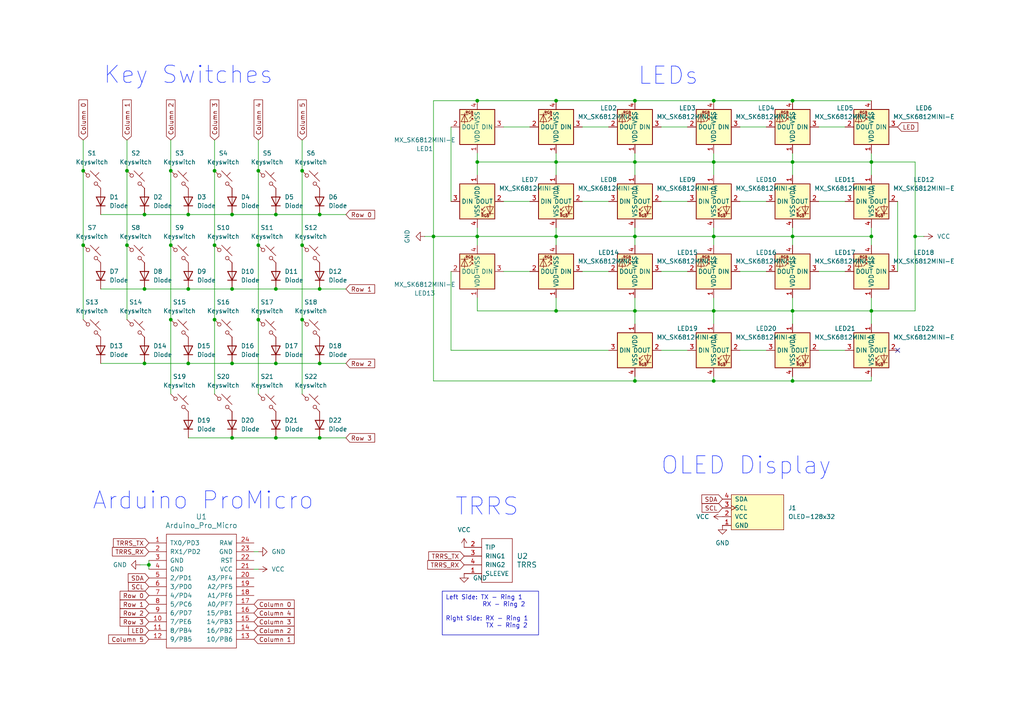
<source format=kicad_sch>
(kicad_sch (version 20231120) (generator "eeschema") (generator_version "8.0")
  (paper "A4")
  (title_block (title "RootKB-Left") (date "2024-05-08") (rev "1.0"))
  (lib_symbols
    (symbol "PCM_marbastlib-mx:MX_SK6812MINI-E"
      (property "Reference" "LED" (at 3.175 6.35 0))
      (property "Value" "MX_SK6812MINI-E" (at 10.16 -6.985 0))
      (symbol "MX_SK6812MINI-E_0_0"
        (text "RGB" (at 2.286 -4.191 0) (effects (font (size 0.762 0.762))))
      )
      (symbol "MX_SK6812MINI-E_0_1"
        (rectangle (start -5.08 5.08) (end 5.08 -5.08) (stroke (width 0.254)) (fill (type background)))
        (polyline (pts (xy 1.27 -3.556) (xy 1.778 -3.556)))
        (polyline (pts (xy 1.27 -2.54) (xy 1.778 -2.54)))
        (polyline (pts (xy 4.699 -3.556) (xy 2.667 -3.556)))
        (polyline (pts (xy 2.286 -2.54) (xy 1.27 -3.556) (xy 1.27 -3.048)))
        (polyline (pts (xy 2.286 -1.524) (xy 1.27 -2.54) (xy 1.27 -2.032)))
        (polyline (pts (xy 3.683 -1.016) (xy 3.683 -3.556) (xy 3.683 -4.064)))
        (polyline (pts (xy 4.699 -1.524) (xy 2.667 -1.524) (xy 3.683 -3.556) (xy 4.699 -1.524)))
      )
      (symbol "MX_SK6812MINI-E_1_1"
        (pin power_in line (at 0 7.62 270) (length 2.54) (name "VDD") (number "1"))
        (pin output line (at 7.62 0 180) (length 2.54) (name "DOUT") (number "2"))
        (pin input line (at -7.62 0 0) (length 2.54) (name "DIN") (number "3"))
        (pin power_in line (at 0 -7.62 90) (length 2.54) (name "VSS") (number "4"))
      )
    )
    (symbol "ScottoKeebs:MCU_Arduino_Pro_Micro" (pin_names (offset 1.016))
      (property "Reference" "U" (at 0 0 0))
      (property "Value" "Arduino_Pro_Micro" (at 0 -19.05 0))
      (symbol "MCU_Arduino_Pro_Micro_0_1"
        (rectangle (start -10.16 16.51) (end 10.16 -16.51))
      )
      (symbol "MCU_Arduino_Pro_Micro_1_1"
        (pin input line (at -15.24 13.97 0) (length 5.08) (name "TX0/PD3") (number "1"))
        (pin input line (at -15.24 -8.89 0) (length 5.08) (name "7/PE6") (number "10"))
        (pin input line (at -15.24 -11.43 0) (length 5.08) (name "8/PB4") (number "11"))
        (pin input line (at -15.24 -13.97 0) (length 5.08) (name "9/PB5") (number "12"))
        (pin input line (at 15.24 -13.97 180) (length 5.08) (name "10/PB6") (number "13"))
        (pin input line (at 15.24 -11.43 180) (length 5.08) (name "16/PB2") (number "14"))
        (pin input line (at 15.24 -8.89 180) (length 5.08) (name "14/PB3") (number "15"))
        (pin input line (at 15.24 -6.35 180) (length 5.08) (name "15/PB1") (number "16"))
        (pin input line (at 15.24 -3.81 180) (length 5.08) (name "A0/PF7") (number "17"))
        (pin input line (at 15.24 -1.27 180) (length 5.08) (name "A1/PF6") (number "18"))
        (pin input line (at 15.24 1.27 180) (length 5.08) (name "A2/PF5") (number "19"))
        (pin input line (at -15.24 11.43 0) (length 5.08) (name "RX1/PD2") (number "2"))
        (pin input line (at 15.24 3.81 180) (length 5.08) (name "A3/PF4") (number "20"))
        (pin input line (at 15.24 6.35 180) (length 5.08) (name "VCC") (number "21"))
        (pin input line (at 15.24 8.89 180) (length 5.08) (name "RST") (number "22"))
        (pin input line (at 15.24 11.43 180) (length 5.08) (name "GND") (number "23"))
        (pin input line (at 15.24 13.97 180) (length 5.08) (name "RAW") (number "24"))
        (pin input line (at -15.24 8.89 0) (length 5.08) (name "GND") (number "3"))
        (pin input line (at -15.24 6.35 0) (length 5.08) (name "GND") (number "4"))
        (pin input line (at -15.24 3.81 0) (length 5.08) (name "2/PD1") (number "5"))
        (pin input line (at -15.24 1.27 0) (length 5.08) (name "3/PD0") (number "6"))
        (pin input line (at -15.24 -1.27 0) (length 5.08) (name "4/PD4") (number "7"))
        (pin input line (at -15.24 -3.81 0) (length 5.08) (name "5/PC6") (number "8"))
        (pin input line (at -15.24 -6.35 0) (length 5.08) (name "6/PD7") (number "9"))
      )
    )
    (symbol "ScottoKeebs:Placeholder_Diode" (pin_numbers hide) (pin_names hide)
      (property "Reference" "D" (at 0 2.54 0))
      (property "Value" "Diode" (at 0 -2.54 0))
      (symbol "Placeholder_Diode_0_1"
        (polyline (pts (xy -1.27 1.27) (xy -1.27 -1.27)) (stroke (width 0.254)))
        (polyline (pts (xy 1.27 0) (xy -1.27 0)))
        (polyline (pts (xy 1.27 1.27) (xy 1.27 -1.27) (xy -1.27 0) (xy 1.27 1.27)) (stroke (width 0.254)))
      )
      (symbol "Placeholder_Diode_1_1"
        (pin passive line (at -3.81 0 0) (length 2.54) (name "K") (number "1"))
        (pin passive line (at 3.81 0 180) (length 2.54) (name "A") (number "2"))
      )
    )
    (symbol "ScottoKeebs:Placeholder_Keyswitch" (pin_numbers hide) (pin_names (offset 1.016) hide)
      (property "Reference" "S" (at 3.048 1.016 0))
      (property "Value" "Keyswitch" (at 0 -3.81 0))
      (symbol "Placeholder_Keyswitch_0_1"
        (circle (center -1.1684 1.1684) (radius 0.508))
        (polyline (pts (xy -0.508 2.54) (xy 2.54 -0.508)))
        (polyline (pts (xy 1.016 1.016) (xy 2.032 2.032)))
        (polyline (pts (xy -2.54 2.54) (xy -1.524 1.524) (xy -1.524 1.524)))
        (polyline (pts (xy 1.524 -1.524) (xy 2.54 -2.54) (xy 2.54 -2.54) (xy 2.54 -2.54)))
        (circle (center 1.143 -1.1938) (radius 0.508))
        (pin passive line (at -2.54 2.54 0) (length 0) (name "1") (number "1"))
        (pin passive line (at 2.54 -2.54 180) (length 0) (name "2") (number "2"))
      )
    )
    (symbol "ScottoKeebs:Placeholder_TRRS" (pin_names (offset 1.016))
      (property "Reference" "U" (at 0 15.24 0))
      (property "Value" "TRRS" (at 0 -2.54 0))
      (symbol "Placeholder_TRRS_0_1"
        (rectangle (start -3.81 0) (end -3.81 12.7))
        (rectangle (start -3.81 0) (end 5.08 0))
        (rectangle (start -3.81 12.7) (end 5.08 12.7))
        (rectangle (start 5.08 12.7) (end 5.08 0))
      )
      (symbol "Placeholder_TRRS_1_1"
        (pin input line (at -8.89 2.54 0) (length 5.08) (name "SLEEVE") (number "1"))
        (pin input line (at -8.89 10.16 0) (length 5.08) (name "TIP") (number "2"))
        (pin input line (at -8.89 7.62 0) (length 5.08) (name "RING1") (number "3"))
        (pin input line (at -8.89 5.08 0) (length 5.08) (name "RING2") (number "4"))
      )
    )
    (symbol "display:OLED-128x32" (pin_names (offset 1.016))
      (property "Reference" "J" (at 0 -6.35 0))
      (property "Value" "OLED-128x32" (at 0 6.35 0))
      (symbol "OLED-128x32_0_1"
        (rectangle (start 0 5.08) (end 15.24 -5.08) (fill (type background)))
      )
      (symbol "OLED-128x32_1_1"
        (pin power_in line (at -2.54 -3.81 0) (length 2.54) (name "GND") (number "1"))
        (pin power_in line (at -2.54 -1.27 0) (length 2.54) (name "VCC") (number "2"))
        (pin input clock (at -2.54 1.27 0) (length 2.54) (name "SCL") (number "3"))
        (pin bidirectional line (at -2.54 3.81 0) (length 2.54) (name "SDA") (number "4"))
      )
    )
    (symbol "power:GND" (power) (pin_numbers hide) (pin_names (offset 0) hide)
      (property "Value" "GND" (at 0 -3.81 0))
      (symbol "GND_0_1"
        (polyline (pts (xy 0 0) (xy 0 -1.27) (xy 1.27 -1.27) (xy 0 -2.54) (xy -1.27 -1.27) (xy 0 -1.27)))
      )
      (symbol "GND_1_1"
        (pin power_in line (at 0 0 270) (length 0) (name "~") (number "1"))
      )
    )
    (symbol "power:VCC" (power) (pin_numbers hide) (pin_names (offset 0) hide)
      (property "Value" "VCC" (at 0 3.556 0))
      (symbol "VCC_0_1"
        (polyline (pts (xy -0.762 1.27) (xy 0 2.54)))
        (polyline (pts (xy 0 0) (xy 0 2.54)))
        (polyline (pts (xy 0 2.54) (xy 0.762 1.27)))
      )
      (symbol "VCC_1_1"
        (pin power_in line (at 0 0 90) (length 0) (name "~") (number "1"))
      )
    )
  )
  (junction (at 74.93 92.71))
  (junction (at 49.53 71.12))
  (junction (at 138.43 46.99))
  (junction (at 62.23 92.71))
  (junction (at 138.43 68.58))
  (junction (at 36.83 71.12))
  (junction (at 36.83 49.53))
  (junction (at 67.31 62.23))
  (junction (at 252.73 68.58))
  (junction (at 229.87 90.17))
  (junction (at 80.01 62.23))
  (junction (at 138.43 29.21))
  (junction (at 265.43 68.58))
  (junction (at 252.73 46.99))
  (junction (at 207.01 68.58))
  (junction (at 62.23 49.53))
  (junction (at 87.63 92.71))
  (junction (at 229.87 46.99))
  (junction (at 24.13 71.12))
  (junction (at 161.29 46.99))
  (junction (at 229.87 29.21))
  (junction (at 41.91 83.82))
  (junction (at 67.31 127))
  (junction (at 87.63 71.12))
  (junction (at 41.91 105.41))
  (junction (at 92.71 83.82))
  (junction (at 161.29 90.17))
  (junction (at 62.23 71.12))
  (junction (at 67.31 105.41))
  (junction (at 49.53 92.71))
  (junction (at 184.15 29.21))
  (junction (at 80.01 127))
  (junction (at 80.01 105.41))
  (junction (at 229.87 110.49))
  (junction (at 125.73 68.58))
  (junction (at 80.01 83.82))
  (junction (at 207.01 110.49))
  (junction (at 184.15 90.17))
  (junction (at 24.13 49.53))
  (junction (at 92.71 105.41))
  (junction (at 87.63 49.53))
  (junction (at 161.29 29.21))
  (junction (at 92.71 127))
  (junction (at 184.15 110.49))
  (junction (at 252.73 90.17))
  (junction (at 184.15 68.58))
  (junction (at 74.93 71.12))
  (junction (at 184.15 46.99))
  (junction (at 41.91 62.23))
  (junction (at 74.93 49.53))
  (junction (at 161.29 68.58))
  (junction (at 43.18 163.83))
  (junction (at 67.31 83.82))
  (junction (at 54.61 62.23))
  (junction (at 49.53 49.53))
  (junction (at 92.71 62.23))
  (junction (at 229.87 68.58))
  (junction (at 54.61 83.82))
  (junction (at 207.01 90.17))
  (junction (at 207.01 46.99))
  (junction (at 207.01 29.21))
  (junction (at 54.61 105.41))
  (no_connect (at 260.35 101.6))
  (wire (pts (xy 184.15 86.36) (xy 184.15 90.17)))
  (wire (pts (xy 24.13 49.53) (xy 24.13 71.12)))
  (wire (pts (xy 214.63 101.6) (xy 222.25 101.6)))
  (wire (pts (xy 161.29 29.21) (xy 184.15 29.21)))
  (wire (pts (xy 184.15 90.17) (xy 161.29 90.17)))
  (wire (pts (xy 252.73 68.58) (xy 252.73 71.12)))
  (wire (pts (xy 100.33 83.82) (xy 92.71 83.82)))
  (wire (pts (xy 191.77 101.6) (xy 199.39 101.6)))
  (wire (pts (xy 207.01 46.99) (xy 229.87 46.99)))
  (wire (pts (xy 184.15 46.99) (xy 184.15 50.8)))
  (wire (pts (xy 265.43 68.58) (xy 265.43 90.17)))
  (wire (pts (xy 168.91 36.83) (xy 176.53 36.83)))
  (wire (pts (xy 138.43 46.99) (xy 138.43 50.8)))
  (wire (pts (xy 36.83 71.12) (xy 36.83 92.71)))
  (wire (pts (xy 267.97 68.58) (xy 265.43 68.58)))
  (wire (pts (xy 184.15 66.04) (xy 184.15 68.58)))
  (wire (pts (xy 252.73 109.22) (xy 252.73 110.49)))
  (wire (pts (xy 130.81 78.74) (xy 130.81 101.6)))
  (wire (pts (xy 62.23 49.53) (xy 62.23 71.12)))
  (wire (pts (xy 138.43 29.21) (xy 125.73 29.21)))
  (wire (pts (xy 146.05 78.74) (xy 153.67 78.74)))
  (wire (pts (xy 229.87 29.21) (xy 252.73 29.21)))
  (wire (pts (xy 184.15 44.45) (xy 184.15 46.99)))
  (wire (pts (xy 161.29 44.45) (xy 161.29 46.99)))
  (wire (pts (xy 138.43 68.58) (xy 161.29 68.58)))
  (wire (pts (xy 29.21 105.41) (xy 41.91 105.41)))
  (wire (pts (xy 67.31 62.23) (xy 80.01 62.23)))
  (wire (pts (xy 36.83 49.53) (xy 36.83 71.12)))
  (wire (pts (xy 207.01 44.45) (xy 207.01 46.99)))
  (wire (pts (xy 184.15 110.49) (xy 207.01 110.49)))
  (wire (pts (xy 67.31 127) (xy 80.01 127)))
  (wire (pts (xy 184.15 90.17) (xy 207.01 90.17)))
  (wire (pts (xy 146.05 36.83) (xy 153.67 36.83)))
  (wire (pts (xy 252.73 66.04) (xy 252.73 68.58)))
  (wire (pts (xy 40.64 163.83) (xy 43.18 163.83)))
  (wire (pts (xy 100.33 62.23) (xy 92.71 62.23)))
  (wire (pts (xy 252.73 44.45) (xy 252.73 46.99)))
  (wire (pts (xy 229.87 46.99) (xy 252.73 46.99)))
  (wire (pts (xy 252.73 46.99) (xy 265.43 46.99)))
  (wire (pts (xy 80.01 62.23) (xy 92.71 62.23)))
  (wire (pts (xy 207.01 68.58) (xy 229.87 68.58)))
  (wire (pts (xy 125.73 68.58) (xy 125.73 110.49)))
  (wire (pts (xy 43.18 162.56) (xy 43.18 163.83)))
  (wire (pts (xy 168.91 58.42) (xy 176.53 58.42)))
  (wire (pts (xy 191.77 36.83) (xy 199.39 36.83)))
  (wire (pts (xy 67.31 105.41) (xy 80.01 105.41)))
  (wire (pts (xy 161.29 68.58) (xy 184.15 68.58)))
  (wire (pts (xy 49.53 92.71) (xy 49.53 114.3)))
  (wire (pts (xy 125.73 29.21) (xy 125.73 68.58)))
  (wire (pts (xy 74.93 92.71) (xy 74.93 114.3)))
  (wire (pts (xy 41.91 105.41) (xy 54.61 105.41)))
  (wire (pts (xy 87.63 40.64) (xy 87.63 49.53)))
  (wire (pts (xy 237.49 36.83) (xy 245.11 36.83)))
  (wire (pts (xy 161.29 66.04) (xy 161.29 68.58)))
  (wire (pts (xy 67.31 83.82) (xy 80.01 83.82)))
  (wire (pts (xy 168.91 78.74) (xy 176.53 78.74)))
  (wire (pts (xy 87.63 92.71) (xy 87.63 114.3)))
  (wire (pts (xy 207.01 86.36) (xy 207.01 90.17)))
  (wire (pts (xy 36.83 40.64) (xy 36.83 49.53)))
  (wire (pts (xy 80.01 83.82) (xy 92.71 83.82)))
  (wire (pts (xy 260.35 58.42) (xy 260.35 78.74)))
  (wire (pts (xy 237.49 101.6) (xy 245.11 101.6)))
  (wire (pts (xy 41.91 83.82) (xy 54.61 83.82)))
  (wire (pts (xy 229.87 86.36) (xy 229.87 90.17)))
  (wire (pts (xy 146.05 58.42) (xy 153.67 58.42)))
  (wire (pts (xy 207.01 68.58) (xy 207.01 71.12)))
  (wire (pts (xy 207.01 46.99) (xy 207.01 50.8)))
  (wire (pts (xy 87.63 71.12) (xy 87.63 92.71)))
  (wire (pts (xy 49.53 49.53) (xy 49.53 71.12)))
  (wire (pts (xy 252.73 86.36) (xy 252.73 90.17)))
  (wire (pts (xy 207.01 66.04) (xy 207.01 68.58)))
  (wire (pts (xy 62.23 71.12) (xy 62.23 92.71)))
  (wire (pts (xy 184.15 46.99) (xy 207.01 46.99)))
  (wire (pts (xy 54.61 83.82) (xy 67.31 83.82)))
  (wire (pts (xy 29.21 62.23) (xy 41.91 62.23)))
  (wire (pts (xy 184.15 109.22) (xy 184.15 110.49)))
  (wire (pts (xy 74.93 40.64) (xy 74.93 49.53)))
  (wire (pts (xy 207.01 90.17) (xy 207.01 93.98)))
  (wire (pts (xy 184.15 68.58) (xy 207.01 68.58)))
  (wire (pts (xy 252.73 90.17) (xy 252.73 93.98)))
  (wire (pts (xy 49.53 40.64) (xy 49.53 49.53)))
  (wire (pts (xy 229.87 90.17) (xy 229.87 93.98)))
  (wire (pts (xy 237.49 78.74) (xy 245.11 78.74)))
  (wire (pts (xy 130.81 101.6) (xy 176.53 101.6)))
  (wire (pts (xy 87.63 49.53) (xy 87.63 71.12)))
  (wire (pts (xy 138.43 29.21) (xy 161.29 29.21)))
  (wire (pts (xy 229.87 90.17) (xy 252.73 90.17)))
  (wire (pts (xy 80.01 127) (xy 92.71 127)))
  (wire (pts (xy 161.29 90.17) (xy 138.43 90.17)))
  (wire (pts (xy 229.87 66.04) (xy 229.87 68.58)))
  (wire (pts (xy 229.87 110.49) (xy 252.73 110.49)))
  (wire (pts (xy 229.87 44.45) (xy 229.87 46.99)))
  (wire (pts (xy 138.43 90.17) (xy 138.43 86.36)))
  (wire (pts (xy 100.33 105.41) (xy 92.71 105.41)))
  (wire (pts (xy 74.93 165.1) (xy 73.66 165.1)))
  (wire (pts (xy 138.43 46.99) (xy 161.29 46.99)))
  (wire (pts (xy 237.49 58.42) (xy 245.11 58.42)))
  (wire (pts (xy 123.19 68.58) (xy 125.73 68.58)))
  (wire (pts (xy 184.15 68.58) (xy 184.15 71.12)))
  (wire (pts (xy 207.01 29.21) (xy 229.87 29.21)))
  (wire (pts (xy 161.29 46.99) (xy 161.29 50.8)))
  (wire (pts (xy 54.61 62.23) (xy 67.31 62.23)))
  (wire (pts (xy 130.81 36.83) (xy 130.81 58.42)))
  (wire (pts (xy 24.13 40.64) (xy 24.13 49.53)))
  (wire (pts (xy 191.77 58.42) (xy 199.39 58.42)))
  (wire (pts (xy 138.43 68.58) (xy 138.43 71.12)))
  (wire (pts (xy 125.73 110.49) (xy 184.15 110.49)))
  (wire (pts (xy 207.01 110.49) (xy 229.87 110.49)))
  (wire (pts (xy 80.01 105.41) (xy 92.71 105.41)))
  (wire (pts (xy 207.01 109.22) (xy 207.01 110.49)))
  (wire (pts (xy 191.77 78.74) (xy 199.39 78.74)))
  (wire (pts (xy 29.21 83.82) (xy 41.91 83.82)))
  (wire (pts (xy 62.23 40.64) (xy 62.23 49.53)))
  (wire (pts (xy 161.29 46.99) (xy 184.15 46.99)))
  (wire (pts (xy 43.18 163.83) (xy 43.18 165.1)))
  (wire (pts (xy 207.01 90.17) (xy 229.87 90.17)))
  (wire (pts (xy 229.87 68.58) (xy 229.87 71.12)))
  (wire (pts (xy 161.29 90.17) (xy 161.29 86.36)))
  (wire (pts (xy 62.23 92.71) (xy 62.23 114.3)))
  (wire (pts (xy 252.73 46.99) (xy 252.73 50.8)))
  (wire (pts (xy 92.71 127) (xy 100.33 127)))
  (wire (pts (xy 265.43 46.99) (xy 265.43 68.58)))
  (wire (pts (xy 138.43 44.45) (xy 138.43 46.99)))
  (wire (pts (xy 184.15 29.21) (xy 207.01 29.21)))
  (wire (pts (xy 229.87 68.58) (xy 252.73 68.58)))
  (wire (pts (xy 214.63 58.42) (xy 222.25 58.42)))
  (wire (pts (xy 125.73 68.58) (xy 138.43 68.58)))
  (wire (pts (xy 229.87 46.99) (xy 229.87 50.8)))
  (wire (pts (xy 184.15 90.17) (xy 184.15 93.98)))
  (wire (pts (xy 24.13 71.12) (xy 24.13 92.71)))
  (wire (pts (xy 74.93 71.12) (xy 74.93 92.71)))
  (wire (pts (xy 49.53 71.12) (xy 49.53 92.71)))
  (wire (pts (xy 214.63 78.74) (xy 222.25 78.74)))
  (wire (pts (xy 229.87 109.22) (xy 229.87 110.49)))
  (wire (pts (xy 265.43 90.17) (xy 252.73 90.17)))
  (wire (pts (xy 41.91 62.23) (xy 54.61 62.23)))
  (wire (pts (xy 54.61 105.41) (xy 67.31 105.41)))
  (wire (pts (xy 74.93 49.53) (xy 74.93 71.12)))
  (wire (pts (xy 138.43 66.04) (xy 138.43 68.58)))
  (wire (pts (xy 214.63 36.83) (xy 222.25 36.83)))
  (wire (pts (xy 161.29 68.58) (xy 161.29 71.12)))
  (wire (pts (xy 74.93 160.02) (xy 73.66 160.02)))
  (wire (pts (xy 54.61 127) (xy 67.31 127)))
  (text_box "Left Side: TX - Ring 1\n           RX - Ring 2\n\nRight Side: RX - Ring 1\n            TX - Ring 2" (at 128.27 171.45 0) (size 27.94 12.7) (effects (font (size 1.27 1.27)) (justify left top)))
  (text "Arduino ProMicro" (at 58.928 145.288 0) (effects (font (size 5 5))))
  (text "TRRS" (at 141.224 147.066 0) (effects (font (size 5 5))))
  (text "LEDs" (at 193.802 22.098 0) (effects (font (size 5 5))))
  (text "Key Switches" (at 54.61 21.844 0) (effects (font (size 5 5))))
  (text "OLED Display" (at 216.408 135.128 0) (effects (font (size 5 5))))
  (global_label "Column 5" (shape input) (at 87.63 40.64 90) (property "Intersheetrefs" "${INTERSHEET_REFS}" (effects (hide yes))))
  (global_label "TRRS_RX" (shape input) (at 43.18 160.02 180) (property "Intersheetrefs" "${INTERSHEET_REFS}" (effects (hide yes))))
  (global_label "Column 5" (shape input) (at 43.18 185.42 180) (property "Intersheetrefs" "${INTERSHEET_REFS}" (effects (hide yes))))
  (global_label "Row 2" (shape input) (at 43.18 177.8 180) (property "Intersheetrefs" "${INTERSHEET_REFS}" (effects (hide yes))))
  (global_label "TRRS_RX" (shape input) (at 134.62 163.83 180) (property "Intersheetrefs" "${INTERSHEET_REFS}" (effects (hide yes))))
  (global_label "Column 3" (shape input) (at 73.66 180.34 0) (property "Intersheetrefs" "${INTERSHEET_REFS}" (effects (hide yes))))
  (global_label "TRRS_TX" (shape input) (at 134.62 161.29 180) (property "Intersheetrefs" "${INTERSHEET_REFS}" (effects (hide yes))))
  (global_label "Column 1" (shape input) (at 73.66 185.42 0) (property "Intersheetrefs" "${INTERSHEET_REFS}" (effects (hide yes))))
  (global_label "SDA" (shape input) (at 43.18 167.64 180) (property "Intersheetrefs" "${INTERSHEET_REFS}" (effects (hide yes))))
  (global_label "Column 2" (shape input) (at 73.66 182.88 0) (property "Intersheetrefs" "${INTERSHEET_REFS}" (effects (hide yes))))
  (global_label "SCL" (shape input) (at 43.18 170.18 180) (property "Intersheetrefs" "${INTERSHEET_REFS}" (effects (hide yes))))
  (global_label "Row 3" (shape input) (at 43.18 180.34 180) (property "Intersheetrefs" "${INTERSHEET_REFS}" (effects (hide yes))))
  (global_label "Row 2" (shape input) (at 100.33 105.41 0) (property "Intersheetrefs" "${INTERSHEET_REFS}" (effects (hide yes))))
  (global_label "LED" (shape input) (at 260.35 36.83 0) (property "Intersheetrefs" "${INTERSHEET_REFS}" (effects (hide yes))))
  (global_label "TRRS_TX" (shape input) (at 43.18 157.48 180) (property "Intersheetrefs" "${INTERSHEET_REFS}" (effects (hide yes))))
  (global_label "Column 4" (shape input) (at 74.93 40.64 90) (property "Intersheetrefs" "${INTERSHEET_REFS}" (effects (hide yes))))
  (global_label "Column 0" (shape input) (at 24.13 40.64 90) (property "Intersheetrefs" "${INTERSHEET_REFS}" (effects (hide yes))))
  (global_label "Column 4" (shape input) (at 73.66 177.8 0) (property "Intersheetrefs" "${INTERSHEET_REFS}" (effects (hide yes))))
  (global_label "Column 3" (shape input) (at 62.23 40.64 90) (property "Intersheetrefs" "${INTERSHEET_REFS}" (effects (hide yes))))
  (global_label "Row 3" (shape input) (at 100.33 127 0) (property "Intersheetrefs" "${INTERSHEET_REFS}" (effects (hide yes))))
  (global_label "Row 1" (shape input) (at 100.33 83.82 0) (property "Intersheetrefs" "${INTERSHEET_REFS}" (effects (hide yes))))
  (global_label "SCL" (shape input) (at 209.55 147.32 180) (property "Intersheetrefs" "${INTERSHEET_REFS}" (effects (hide yes))))
  (global_label "LED" (shape input) (at 43.18 182.88 180) (property "Intersheetrefs" "${INTERSHEET_REFS}" (effects (hide yes))))
  (global_label "Column 2" (shape input) (at 49.53 40.64 90) (property "Intersheetrefs" "${INTERSHEET_REFS}" (effects (hide yes))))
  (global_label "Column 0" (shape input) (at 73.66 175.26 0) (property "Intersheetrefs" "${INTERSHEET_REFS}" (effects (hide yes))))
  (global_label "Row 1" (shape input) (at 43.18 175.26 180) (property "Intersheetrefs" "${INTERSHEET_REFS}" (effects (hide yes))))
  (global_label "Row 0" (shape input) (at 43.18 172.72 180) (property "Intersheetrefs" "${INTERSHEET_REFS}" (effects (hide yes))))
  (global_label "Column 1" (shape input) (at 36.83 40.64 90) (property "Intersheetrefs" "${INTERSHEET_REFS}" (effects (hide yes))))
  (global_label "Row 0" (shape input) (at 100.33 62.23 0) (property "Intersheetrefs" "${INTERSHEET_REFS}" (effects (hide yes))))
  (global_label "SDA" (shape input) (at 209.55 144.78 180) (property "Intersheetrefs" "${INTERSHEET_REFS}" (effects (hide yes))))
  (symbol (lib_id "ScottoKeebs:Placeholder_Diode") (at 41.91 101.6 90) (unit 1)
    (property "Reference" "D14" (at 44.45 100.3299 90) (effects (justify right)))
    (property "Value" "Diode" (at 44.45 102.8699 90) (effects (justify right)))
    (property "Footprint" "Diode_SMD:D_SOD-123F" (effects (hide yes)))
    (property "Description" "1N4148 (DO-35) or 1N4148W (SOD-123)" (effects (hide yes)))
    (property "Sim.Device" "D" (effects (hide yes)))
    (property "Sim.Pins" "1=K 2=A" (effects (hide yes)))
  )
  (symbol (lib_id "PCM_marbastlib-mx:MX_SK6812MINI-E") (at 161.29 36.83 180) (unit 1)
    (property "Reference" "LED2" (at 176.53 31.3338 0))
    (property "Value" "MX_SK6812MINI-E" (at 176.53 33.8738 0))
    (property "Footprint" "PCM_marbastlib-mx:LED_MX_6028R" (effects (hide yes)))
    (property "Description" "Reverse mount adressable LED (WS2812 protocol)" (effects (hide yes)))
  )
  (symbol (lib_id "PCM_marbastlib-mx:MX_SK6812MINI-E") (at 229.87 101.6 0) (unit 1)
    (property "Reference" "LED21" (at 245.11 95.2814 0))
    (property "Value" "MX_SK6812MINI-E" (at 245.11 97.8214 0))
    (property "Footprint" "PCM_marbastlib-mx:LED_MX_6028R" (effects (hide yes)))
    (property "Description" "Reverse mount adressable LED (WS2812 protocol)" (effects (hide yes)))
  )
  (symbol (lib_id "ScottoKeebs:Placeholder_Keyswitch") (at 77.47 116.84 0) (unit 1)
    (property "Reference" "S21" (at 77.47 109.22 0))
    (property "Value" "Keyswitch" (at 77.47 111.76 0))
    (property "Footprint" "PCM_Switch_Keyboard_Hotswap_Kailh:SW_Hotswap_Kailh_MX_1.25u_90deg" (effects (hide yes)))
    (property "Description" "Push button switch, normally open, two pins, 45° tilted" (effects (hide yes)))
  )
  (symbol (lib_id "ScottoKeebs:Placeholder_Keyswitch") (at 77.47 95.25 0) (unit 1)
    (property "Reference" "S17" (at 77.47 87.63 0))
    (property "Value" "Keyswitch" (at 77.47 90.17 0))
    (property "Footprint" "PCM_Switch_Keyboard_Hotswap_Kailh:SW_Hotswap_Kailh_MX_1.00u" (effects (hide yes)))
    (property "Description" "Push button switch, normally open, two pins, 45° tilted" (effects (hide yes)))
  )
  (symbol (lib_id "ScottoKeebs:Placeholder_Keyswitch") (at 39.37 95.25 0) (unit 1)
    (property "Reference" "S14" (at 39.37 87.63 0))
    (property "Value" "Keyswitch" (at 39.37 90.17 0))
    (property "Footprint" "PCM_Switch_Keyboard_Hotswap_Kailh:SW_Hotswap_Kailh_MX_1.00u" (effects (hide yes)))
    (property "Description" "Push button switch, normally open, two pins, 45° tilted" (effects (hide yes)))
  )
  (symbol (lib_id "ScottoKeebs:Placeholder_Keyswitch") (at 90.17 52.07 0) (unit 1)
    (property "Reference" "S6" (at 90.17 44.45 0))
    (property "Value" "Keyswitch" (at 90.17 46.99 0))
    (property "Footprint" "PCM_Switch_Keyboard_Hotswap_Kailh:SW_Hotswap_Kailh_MX_1.00u" (effects (hide yes)))
    (property "Description" "Push button switch, normally open, two pins, 45° tilted" (effects (hide yes)))
  )
  (symbol (lib_id "ScottoKeebs:Placeholder_Keyswitch") (at 64.77 95.25 0) (unit 1)
    (property "Reference" "S16" (at 64.77 87.63 0))
    (property "Value" "Keyswitch" (at 64.77 90.17 0))
    (property "Footprint" "PCM_Switch_Keyboard_Hotswap_Kailh:SW_Hotswap_Kailh_MX_1.00u" (effects (hide yes)))
    (property "Description" "Push button switch, normally open, two pins, 45° tilted" (effects (hide yes)))
  )
  (symbol (lib_id "PCM_marbastlib-mx:MX_SK6812MINI-E") (at 184.15 58.42 0) (unit 1)
    (property "Reference" "LED9" (at 199.39 52.1014 0))
    (property "Value" "MX_SK6812MINI-E" (at 199.39 54.6414 0))
    (property "Footprint" "PCM_marbastlib-mx:LED_MX_6028R" (effects (hide yes)))
    (property "Description" "Reverse mount adressable LED (WS2812 protocol)" (effects (hide yes)))
  )
  (symbol (lib_id "display:OLED-128x32") (at 212.09 148.59 0) (unit 1)
    (property "Reference" "J1" (at 228.6 147.3199 0) (effects (justify left)))
    (property "Value" "OLED-128x32" (at 228.6 149.8599 0) (effects (justify left)))
    (property "Footprint" "display:OLED-128x32-cutout" (effects (hide yes)))
  )
  (symbol (lib_id "PCM_marbastlib-mx:MX_SK6812MINI-E") (at 161.29 58.42 0) (unit 1)
    (property "Reference" "LED8" (at 176.53 52.1014 0))
    (property "Value" "MX_SK6812MINI-E" (at 176.53 54.6414 0))
    (property "Footprint" "PCM_marbastlib-mx:LED_MX_6028R" (effects (hide yes)))
    (property "Description" "Reverse mount adressable LED (WS2812 protocol)" (effects (hide yes)))
  )
  (symbol (lib_id "ScottoKeebs:Placeholder_Diode") (at 54.61 80.01 90) (unit 1)
    (property "Reference" "D9" (at 57.15 78.7399 90) (effects (justify right)))
    (property "Value" "Diode" (at 57.15 81.2799 90) (effects (justify right)))
    (property "Footprint" "Diode_SMD:D_SOD-123F" (effects (hide yes)))
    (property "Description" "1N4148 (DO-35) or 1N4148W (SOD-123)" (effects (hide yes)))
    (property "Sim.Device" "D" (effects (hide yes)))
    (property "Sim.Pins" "1=K 2=A" (effects (hide yes)))
  )
  (symbol (lib_id "ScottoKeebs:Placeholder_Diode") (at 80.01 58.42 90) (unit 1)
    (property "Reference" "D5" (at 82.55 57.1499 90) (effects (justify right)))
    (property "Value" "Diode" (at 82.55 59.6899 90) (effects (justify right)))
    (property "Footprint" "Diode_SMD:D_SOD-123F" (effects (hide yes)))
    (property "Description" "1N4148 (DO-35) or 1N4148W (SOD-123)" (effects (hide yes)))
    (property "Sim.Device" "D" (effects (hide yes)))
    (property "Sim.Pins" "1=K 2=A" (effects (hide yes)))
  )
  (symbol (lib_id "PCM_marbastlib-mx:MX_SK6812MINI-E") (at 138.43 36.83 180) (unit 1)
    (property "Reference" "LED1" (at 123.19 43.1486 0))
    (property "Value" "MX_SK6812MINI-E" (at 123.19 40.6086 0))
    (property "Footprint" "PCM_marbastlib-mx:LED_MX_6028R" (effects (hide yes)))
    (property "Description" "Reverse mount adressable LED (WS2812 protocol)" (effects (hide yes)))
  )
  (symbol (lib_id "PCM_marbastlib-mx:MX_SK6812MINI-E") (at 138.43 58.42 0) (unit 1)
    (property "Reference" "LED7" (at 153.67 52.1014 0))
    (property "Value" "MX_SK6812MINI-E" (at 153.67 54.6414 0))
    (property "Footprint" "PCM_marbastlib-mx:LED_MX_6028R" (effects (hide yes)))
    (property "Description" "Reverse mount adressable LED (WS2812 protocol)" (effects (hide yes)))
  )
  (symbol (lib_id "ScottoKeebs:Placeholder_Keyswitch") (at 52.07 116.84 0) (unit 1)
    (property "Reference" "S19" (at 52.07 109.22 0))
    (property "Value" "Keyswitch" (at 52.07 111.76 0))
    (property "Footprint" "PCM_Switch_Keyboard_Hotswap_Kailh:SW_Hotswap_Kailh_MX_1.00u" (effects (hide yes)))
    (property "Description" "Push button switch, normally open, two pins, 45° tilted" (effects (hide yes)))
  )
  (symbol (lib_id "PCM_marbastlib-mx:MX_SK6812MINI-E") (at 229.87 36.83 180) (unit 1)
    (property "Reference" "LED5" (at 245.11 31.3338 0))
    (property "Value" "MX_SK6812MINI-E" (at 245.11 33.8738 0))
    (property "Footprint" "PCM_marbastlib-mx:LED_MX_6028R" (effects (hide yes)))
    (property "Description" "Reverse mount adressable LED (WS2812 protocol)" (effects (hide yes)))
  )
  (symbol (lib_id "ScottoKeebs:Placeholder_Diode") (at 29.21 58.42 90) (unit 1)
    (property "Reference" "D1" (at 31.75 57.1499 90) (effects (justify right)))
    (property "Value" "Diode" (at 31.75 59.6899 90) (effects (justify right)))
    (property "Footprint" "Diode_SMD:D_SOD-123F" (effects (hide yes)))
    (property "Description" "1N4148 (DO-35) or 1N4148W (SOD-123)" (effects (hide yes)))
    (property "Sim.Device" "D" (effects (hide yes)))
    (property "Sim.Pins" "1=K 2=A" (effects (hide yes)))
  )
  (symbol (lib_id "ScottoKeebs:Placeholder_Diode") (at 67.31 123.19 90) (unit 1)
    (property "Reference" "D20" (at 69.85 121.9199 90) (effects (justify right)))
    (property "Value" "Diode" (at 69.85 124.4599 90) (effects (justify right)))
    (property "Footprint" "Diode_SMD:D_SOD-123F" (effects (hide yes)))
    (property "Description" "1N4148 (DO-35) or 1N4148W (SOD-123)" (effects (hide yes)))
    (property "Sim.Device" "D" (effects (hide yes)))
    (property "Sim.Pins" "1=K 2=A" (effects (hide yes)))
  )
  (symbol (lib_id "ScottoKeebs:Placeholder_Diode") (at 29.21 80.01 90) (unit 1)
    (property "Reference" "D7" (at 31.75 78.7399 90) (effects (justify right)))
    (property "Value" "Diode" (at 31.75 81.2799 90) (effects (justify right)))
    (property "Footprint" "Diode_SMD:D_SOD-123F" (effects (hide yes)))
    (property "Description" "1N4148 (DO-35) or 1N4148W (SOD-123)" (effects (hide yes)))
    (property "Sim.Device" "D" (effects (hide yes)))
    (property "Sim.Pins" "1=K 2=A" (effects (hide yes)))
  )
  (symbol (lib_id "ScottoKeebs:Placeholder_Keyswitch") (at 26.67 95.25 0) (unit 1)
    (property "Reference" "S13" (at 26.67 87.63 0))
    (property "Value" "Keyswitch" (at 26.67 90.17 0))
    (property "Footprint" "PCM_Switch_Keyboard_Hotswap_Kailh:SW_Hotswap_Kailh_MX_1.00u" (effects (hide yes)))
    (property "Description" "Push button switch, normally open, two pins, 45° tilted" (effects (hide yes)))
  )
  (symbol (lib_id "ScottoKeebs:Placeholder_Diode") (at 67.31 80.01 90) (unit 1)
    (property "Reference" "D10" (at 69.85 78.7399 90) (effects (justify right)))
    (property "Value" "Diode" (at 69.85 81.2799 90) (effects (justify right)))
    (property "Footprint" "Diode_SMD:D_SOD-123F" (effects (hide yes)))
    (property "Description" "1N4148 (DO-35) or 1N4148W (SOD-123)" (effects (hide yes)))
    (property "Sim.Device" "D" (effects (hide yes)))
    (property "Sim.Pins" "1=K 2=A" (effects (hide yes)))
  )
  (symbol (lib_id "PCM_marbastlib-mx:MX_SK6812MINI-E") (at 229.87 58.42 0) (unit 1)
    (property "Reference" "LED11" (at 245.11 52.1014 0))
    (property "Value" "MX_SK6812MINI-E" (at 245.11 54.6414 0))
    (property "Footprint" "PCM_marbastlib-mx:LED_MX_6028R" (effects (hide yes)))
    (property "Description" "Reverse mount adressable LED (WS2812 protocol)" (effects (hide yes)))
  )
  (symbol (lib_id "PCM_marbastlib-mx:MX_SK6812MINI-E") (at 229.87 78.74 180) (unit 1)
    (property "Reference" "LED17" (at 245.11 73.2438 0))
    (property "Value" "MX_SK6812MINI-E" (at 245.11 75.7838 0))
    (property "Footprint" "PCM_marbastlib-mx:LED_MX_6028R" (effects (hide yes)))
    (property "Description" "Reverse mount adressable LED (WS2812 protocol)" (effects (hide yes)))
  )
  (symbol (lib_id "ScottoKeebs:Placeholder_Diode") (at 92.71 80.01 90) (unit 1)
    (property "Reference" "D12" (at 95.25 78.7399 90) (effects (justify right)))
    (property "Value" "Diode" (at 95.25 81.2799 90) (effects (justify right)))
    (property "Footprint" "Diode_SMD:D_SOD-123F" (effects (hide yes)))
    (property "Description" "1N4148 (DO-35) or 1N4148W (SOD-123)" (effects (hide yes)))
    (property "Sim.Device" "D" (effects (hide yes)))
    (property "Sim.Pins" "1=K 2=A" (effects (hide yes)))
  )
  (symbol (lib_id "ScottoKeebs:Placeholder_Diode") (at 92.71 101.6 90) (unit 1)
    (property "Reference" "D18" (at 95.25 100.3299 90) (effects (justify right)))
    (property "Value" "Diode" (at 95.25 102.8699 90) (effects (justify right)))
    (property "Footprint" "Diode_SMD:D_SOD-123F" (effects (hide yes)))
    (property "Description" "1N4148 (DO-35) or 1N4148W (SOD-123)" (effects (hide yes)))
    (property "Sim.Device" "D" (effects (hide yes)))
    (property "Sim.Pins" "1=K 2=A" (effects (hide yes)))
  )
  (symbol (lib_id "ScottoKeebs:Placeholder_Keyswitch") (at 64.77 73.66 0) (unit 1)
    (property "Reference" "S10" (at 64.77 66.04 0))
    (property "Value" "Keyswitch" (at 64.77 68.58 0))
    (property "Footprint" "PCM_Switch_Keyboard_Hotswap_Kailh:SW_Hotswap_Kailh_MX_1.00u" (effects (hide yes)))
    (property "Description" "Push button switch, normally open, two pins, 45° tilted" (effects (hide yes)))
  )
  (symbol (lib_id "ScottoKeebs:Placeholder_Diode") (at 92.71 58.42 90) (unit 1)
    (property "Reference" "D6" (at 95.25 57.1499 90) (effects (justify right)))
    (property "Value" "Diode" (at 95.25 59.6899 90) (effects (justify right)))
    (property "Footprint" "Diode_SMD:D_SOD-123F" (effects (hide yes)))
    (property "Description" "1N4148 (DO-35) or 1N4148W (SOD-123)" (effects (hide yes)))
    (property "Sim.Device" "D" (effects (hide yes)))
    (property "Sim.Pins" "1=K 2=A" (effects (hide yes)))
  )
  (symbol (lib_id "ScottoKeebs:Placeholder_TRRS") (at 143.51 168.91 0) (unit 1)
    (property "Reference" "U2" (at 149.86 161.2899 0) (effects (font (size 1.524 1.524)) (justify left)))
    (property "Value" "TRRS" (at 149.86 163.8299 0) (effects (font (size 1.524 1.524)) (justify left)))
    (property "Footprint" "ScottoKeebs_Components:TRRS_PJ-320A" (effects (hide yes)))
  )
  (symbol (lib_id "PCM_marbastlib-mx:MX_SK6812MINI-E") (at 207.01 78.74 180) (unit 1)
    (property "Reference" "LED16" (at 222.25 73.2438 0))
    (property "Value" "MX_SK6812MINI-E" (at 222.25 75.7838 0))
    (property "Footprint" "PCM_marbastlib-mx:LED_MX_6028R" (effects (hide yes)))
    (property "Description" "Reverse mount adressable LED (WS2812 protocol)" (effects (hide yes)))
  )
  (symbol (lib_id "ScottoKeebs:Placeholder_Keyswitch") (at 77.47 73.66 0) (unit 1)
    (property "Reference" "S11" (at 77.47 66.04 0))
    (property "Value" "Keyswitch" (at 77.47 68.58 0))
    (property "Footprint" "PCM_Switch_Keyboard_Hotswap_Kailh:SW_Hotswap_Kailh_MX_1.00u" (effects (hide yes)))
    (property "Description" "Push button switch, normally open, two pins, 45° tilted" (effects (hide yes)))
  )
  (symbol (lib_id "PCM_marbastlib-mx:MX_SK6812MINI-E") (at 252.73 101.6 0) (unit 1)
    (property "Reference" "LED22" (at 267.97 95.2814 0))
    (property "Value" "MX_SK6812MINI-E" (at 267.97 97.8214 0))
    (property "Footprint" "PCM_marbastlib-mx:LED_MX_6028R" (effects (hide yes)))
    (property "Description" "Reverse mount adressable LED (WS2812 protocol)" (effects (hide yes)))
  )
  (symbol (lib_id "ScottoKeebs:Placeholder_Diode") (at 54.61 101.6 90) (unit 1)
    (property "Reference" "D15" (at 57.15 100.3299 90) (effects (justify right)))
    (property "Value" "Diode" (at 57.15 102.8699 90) (effects (justify right)))
    (property "Footprint" "Diode_SMD:D_SOD-123F" (effects (hide yes)))
    (property "Description" "1N4148 (DO-35) or 1N4148W (SOD-123)" (effects (hide yes)))
    (property "Sim.Device" "D" (effects (hide yes)))
    (property "Sim.Pins" "1=K 2=A" (effects (hide yes)))
  )
  (symbol (lib_id "ScottoKeebs:Placeholder_Diode") (at 80.01 123.19 90) (unit 1)
    (property "Reference" "D21" (at 82.55 121.9199 90) (effects (justify right)))
    (property "Value" "Diode" (at 82.55 124.4599 90) (effects (justify right)))
    (property "Footprint" "Diode_SMD:D_SOD-123F" (effects (hide yes)))
    (property "Description" "1N4148 (DO-35) or 1N4148W (SOD-123)" (effects (hide yes)))
    (property "Sim.Device" "D" (effects (hide yes)))
    (property "Sim.Pins" "1=K 2=A" (effects (hide yes)))
  )
  (symbol (lib_id "ScottoKeebs:Placeholder_Keyswitch") (at 26.67 73.66 0) (unit 1)
    (property "Reference" "S7" (at 26.67 66.04 0))
    (property "Value" "Keyswitch" (at 26.67 68.58 0))
    (property "Footprint" "PCM_Switch_Keyboard_Hotswap_Kailh:SW_Hotswap_Kailh_MX_1.00u" (effects (hide yes)))
    (property "Description" "Push button switch, normally open, two pins, 45° tilted" (effects (hide yes)))
  )
  (symbol (lib_id "PCM_marbastlib-mx:MX_SK6812MINI-E") (at 138.43 78.74 180) (unit 1)
    (property "Reference" "LED13" (at 123.19 85.0586 0))
    (property "Value" "MX_SK6812MINI-E" (at 123.19 82.5186 0))
    (property "Footprint" "PCM_marbastlib-mx:LED_MX_6028R" (effects (hide yes)))
    (property "Description" "Reverse mount adressable LED (WS2812 protocol)" (effects (hide yes)))
  )
  (symbol (lib_id "ScottoKeebs:Placeholder_Diode") (at 92.71 123.19 90) (unit 1)
    (property "Reference" "D22" (at 95.25 121.9199 90) (effects (justify right)))
    (property "Value" "Diode" (at 95.25 124.4599 90) (effects (justify right)))
    (property "Footprint" "Diode_SMD:D_SOD-123F" (effects (hide yes)))
    (property "Description" "1N4148 (DO-35) or 1N4148W (SOD-123)" (effects (hide yes)))
    (property "Sim.Device" "D" (effects (hide yes)))
    (property "Sim.Pins" "1=K 2=A" (effects (hide yes)))
  )
  (symbol (lib_id "ScottoKeebs:Placeholder_Diode") (at 80.01 80.01 90) (unit 1)
    (property "Reference" "D11" (at 82.55 78.7399 90) (effects (justify right)))
    (property "Value" "Diode" (at 82.55 81.2799 90) (effects (justify right)))
    (property "Footprint" "Diode_SMD:D_SOD-123F" (effects (hide yes)))
    (property "Description" "1N4148 (DO-35) or 1N4148W (SOD-123)" (effects (hide yes)))
    (property "Sim.Device" "D" (effects (hide yes)))
    (property "Sim.Pins" "1=K 2=A" (effects (hide yes)))
  )
  (symbol (lib_id "ScottoKeebs:Placeholder_Diode") (at 80.01 101.6 90) (unit 1)
    (property "Reference" "D17" (at 82.55 100.3299 90) (effects (justify right)))
    (property "Value" "Diode" (at 82.55 102.8699 90) (effects (justify right)))
    (property "Footprint" "Diode_SMD:D_SOD-123F" (effects (hide yes)))
    (property "Description" "1N4148 (DO-35) or 1N4148W (SOD-123)" (effects (hide yes)))
    (property "Sim.Device" "D" (effects (hide yes)))
    (property "Sim.Pins" "1=K 2=A" (effects (hide yes)))
  )
  (symbol (lib_id "power:VCC") (at 209.55 149.86 90) (unit 1)
    (property "Reference" "#PWR09" (effects (hide yes)))
    (property "Value" "VCC" (at 205.74 149.8599 90) (effects (justify left)))
    (property "Description" "Power symbol creates a global label with name \"VCC\"" (effects (hide yes)))
  )
  (symbol (lib_id "ScottoKeebs:Placeholder_Keyswitch") (at 64.77 116.84 0) (unit 1)
    (property "Reference" "S20" (at 64.77 109.22 0))
    (property "Value" "Keyswitch" (at 64.77 111.76 0))
    (property "Footprint" "PCM_Switch_Keyboard_Hotswap_Kailh:SW_Hotswap_Kailh_MX_1.25u_90deg" (effects (hide yes)))
    (property "Description" "Push button switch, normally open, two pins, 45° tilted" (effects (hide yes)))
  )
  (symbol (lib_id "power:GND") (at 74.93 160.02 90) (unit 1)
    (property "Reference" "#PWR04" (effects (hide yes)))
    (property "Value" "GND" (at 78.74 160.0199 90) (effects (justify right)))
    (property "Description" "Power symbol creates a global label with name \"GND\" , ground" (effects (hide yes)))
  )
  (symbol (lib_id "PCM_marbastlib-mx:MX_SK6812MINI-E") (at 252.73 36.83 180) (unit 1)
    (property "Reference" "LED6" (at 267.97 31.3338 0))
    (property "Value" "MX_SK6812MINI-E" (at 267.97 33.8738 0))
    (property "Footprint" "PCM_marbastlib-mx:LED_MX_6028R" (effects (hide yes)))
    (property "Description" "Reverse mount adressable LED (WS2812 protocol)" (effects (hide yes)))
  )
  (symbol (lib_id "power:GND") (at 40.64 163.83 270) (unit 1)
    (property "Reference" "#PWR05" (effects (hide yes)))
    (property "Value" "GND" (at 36.83 163.8299 90) (effects (justify right)))
    (property "Description" "Power symbol creates a global label with name \"GND\" , ground" (effects (hide yes)))
  )
  (symbol (lib_id "ScottoKeebs:Placeholder_Keyswitch") (at 52.07 52.07 0) (unit 1)
    (property "Reference" "S3" (at 52.07 44.45 0))
    (property "Value" "Keyswitch" (at 52.07 46.99 0))
    (property "Footprint" "PCM_Switch_Keyboard_Hotswap_Kailh:SW_Hotswap_Kailh_MX_1.00u" (effects (hide yes)))
    (property "Description" "Push button switch, normally open, two pins, 45° tilted" (effects (hide yes)))
  )
  (symbol (lib_id "PCM_marbastlib-mx:MX_SK6812MINI-E") (at 252.73 58.42 0) (unit 1)
    (property "Reference" "LED12" (at 267.97 52.1014 0))
    (property "Value" "MX_SK6812MINI-E" (at 267.97 54.6414 0))
    (property "Footprint" "PCM_marbastlib-mx:LED_MX_6028R" (effects (hide yes)))
    (property "Description" "Reverse mount adressable LED (WS2812 protocol)" (effects (hide yes)))
  )
  (symbol (lib_id "ScottoKeebs:Placeholder_Keyswitch") (at 90.17 73.66 0) (unit 1)
    (property "Reference" "S12" (at 90.17 66.04 0))
    (property "Value" "Keyswitch" (at 90.17 68.58 0))
    (property "Footprint" "PCM_Switch_Keyboard_Hotswap_Kailh:SW_Hotswap_Kailh_MX_1.00u" (effects (hide yes)))
    (property "Description" "Push button switch, normally open, two pins, 45° tilted" (effects (hide yes)))
  )
  (symbol (lib_id "ScottoKeebs:Placeholder_Keyswitch") (at 52.07 95.25 0) (unit 1)
    (property "Reference" "S15" (at 52.07 87.63 0))
    (property "Value" "Keyswitch" (at 52.07 90.17 0))
    (property "Footprint" "PCM_Switch_Keyboard_Hotswap_Kailh:SW_Hotswap_Kailh_MX_1.00u" (effects (hide yes)))
    (property "Description" "Push button switch, normally open, two pins, 45° tilted" (effects (hide yes)))
  )
  (symbol (lib_id "power:VCC") (at 134.62 158.75 0) (unit 1)
    (property "Reference" "#PWR08" (effects (hide yes)))
    (property "Value" "VCC" (at 134.62 153.67 0))
    (property "Description" "Power symbol creates a global label with name \"VCC\"" (effects (hide yes)))
  )
  (symbol (lib_id "ScottoKeebs:Placeholder_Diode") (at 29.21 101.6 90) (unit 1)
    (property "Reference" "D13" (at 31.75 100.3299 90) (effects (justify right)))
    (property "Value" "Diode" (at 31.75 102.8699 90) (effects (justify right)))
    (property "Footprint" "Diode_SMD:D_SOD-123F" (effects (hide yes)))
    (property "Description" "1N4148 (DO-35) or 1N4148W (SOD-123)" (effects (hide yes)))
    (property "Sim.Device" "D" (effects (hide yes)))
    (property "Sim.Pins" "1=K 2=A" (effects (hide yes)))
  )
  (symbol (lib_id "PCM_marbastlib-mx:MX_SK6812MINI-E") (at 207.01 58.42 0) (unit 1)
    (property "Reference" "LED10" (at 222.25 52.1014 0))
    (property "Value" "MX_SK6812MINI-E" (at 222.25 54.6414 0))
    (property "Footprint" "PCM_marbastlib-mx:LED_MX_6028R" (effects (hide yes)))
    (property "Description" "Reverse mount adressable LED (WS2812 protocol)" (effects (hide yes)))
  )
  (symbol (lib_id "ScottoKeebs:Placeholder_Keyswitch") (at 39.37 73.66 0) (unit 1)
    (property "Reference" "S8" (at 39.37 66.04 0))
    (property "Value" "Keyswitch" (at 39.37 68.58 0))
    (property "Footprint" "PCM_Switch_Keyboard_Hotswap_Kailh:SW_Hotswap_Kailh_MX_1.00u" (effects (hide yes)))
    (property "Description" "Push button switch, normally open, two pins, 45° tilted" (effects (hide yes)))
  )
  (symbol (lib_id "ScottoKeebs:MCU_Arduino_Pro_Micro") (at 58.42 171.45 0) (unit 1)
    (property "Reference" "U1" (at 58.42 149.86 0) (effects (font (size 1.524 1.524))))
    (property "Value" "Arduino_Pro_Micro" (at 58.42 152.4 0) (effects (font (size 1.524 1.524))))
    (property "Footprint" "ScottoKeebs_MCU:Arduino_Pro_Micro" (effects (hide yes)))
  )
  (symbol (lib_id "ScottoKeebs:Placeholder_Keyswitch") (at 90.17 95.25 0) (unit 1)
    (property "Reference" "S18" (at 90.17 87.63 0))
    (property "Value" "Keyswitch" (at 90.17 90.17 0))
    (property "Footprint" "PCM_Switch_Keyboard_Hotswap_Kailh:SW_Hotswap_Kailh_MX_1.00u" (effects (hide yes)))
    (property "Description" "Push button switch, normally open, two pins, 45° tilted" (effects (hide yes)))
  )
  (symbol (lib_id "PCM_marbastlib-mx:MX_SK6812MINI-E") (at 207.01 36.83 180) (unit 1)
    (property "Reference" "LED4" (at 222.25 31.3338 0))
    (property "Value" "MX_SK6812MINI-E" (at 222.25 33.8738 0))
    (property "Footprint" "PCM_marbastlib-mx:LED_MX_6028R" (effects (hide yes)))
    (property "Description" "Reverse mount adressable LED (WS2812 protocol)" (effects (hide yes)))
  )
  (symbol (lib_id "PCM_marbastlib-mx:MX_SK6812MINI-E") (at 184.15 36.83 180) (unit 1)
    (property "Reference" "LED3" (at 199.39 31.3338 0))
    (property "Value" "MX_SK6812MINI-E" (at 199.39 33.8738 0))
    (property "Footprint" "PCM_marbastlib-mx:LED_MX_6028R" (effects (hide yes)))
    (property "Description" "Reverse mount adressable LED (WS2812 protocol)" (effects (hide yes)))
  )
  (symbol (lib_id "PCM_marbastlib-mx:MX_SK6812MINI-E") (at 184.15 101.6 0) (unit 1)
    (property "Reference" "LED19" (at 199.39 95.2814 0))
    (property "Value" "MX_SK6812MINI-E" (at 199.39 97.8214 0))
    (property "Footprint" "PCM_marbastlib-mx:LED_MX_6028R" (effects (hide yes)))
    (property "Description" "Reverse mount adressable LED (WS2812 protocol)" (effects (hide yes)))
  )
  (symbol (lib_id "ScottoKeebs:Placeholder_Keyswitch") (at 52.07 73.66 0) (unit 1)
    (property "Reference" "S9" (at 52.07 66.04 0))
    (property "Value" "Keyswitch" (at 52.07 68.58 0))
    (property "Footprint" "PCM_Switch_Keyboard_Hotswap_Kailh:SW_Hotswap_Kailh_MX_1.00u" (effects (hide yes)))
    (property "Description" "Push button switch, normally open, two pins, 45° tilted" (effects (hide yes)))
  )
  (symbol (lib_id "power:VCC") (at 74.93 165.1 270) (unit 1)
    (property "Reference" "#PWR010" (effects (hide yes)))
    (property "Value" "VCC" (at 78.74 165.0999 90) (effects (justify left)))
    (property "Description" "Power symbol creates a global label with name \"VCC\"" (effects (hide yes)))
  )
  (symbol (lib_id "PCM_marbastlib-mx:MX_SK6812MINI-E") (at 252.73 78.74 180) (unit 1)
    (property "Reference" "LED18" (at 267.97 73.2438 0))
    (property "Value" "MX_SK6812MINI-E" (at 267.97 75.7838 0))
    (property "Footprint" "PCM_marbastlib-mx:LED_MX_6028R" (effects (hide yes)))
    (property "Description" "Reverse mount adressable LED (WS2812 protocol)" (effects (hide yes)))
  )
  (symbol (lib_id "ScottoKeebs:Placeholder_Diode") (at 41.91 80.01 90) (unit 1)
    (property "Reference" "D8" (at 44.45 78.7399 90) (effects (justify right)))
    (property "Value" "Diode" (at 44.45 81.2799 90) (effects (justify right)))
    (property "Footprint" "Diode_SMD:D_SOD-123F" (effects (hide yes)))
    (property "Description" "1N4148 (DO-35) or 1N4148W (SOD-123)" (effects (hide yes)))
    (property "Sim.Device" "D" (effects (hide yes)))
    (property "Sim.Pins" "1=K 2=A" (effects (hide yes)))
  )
  (symbol (lib_id "ScottoKeebs:Placeholder_Keyswitch") (at 77.47 52.07 0) (unit 1)
    (property "Reference" "S5" (at 77.47 44.45 0))
    (property "Value" "Keyswitch" (at 77.47 46.99 0))
    (property "Footprint" "PCM_Switch_Keyboard_Hotswap_Kailh:SW_Hotswap_Kailh_MX_1.00u" (effects (hide yes)))
    (property "Description" "Push button switch, normally open, two pins, 45° tilted" (effects (hide yes)))
  )
  (symbol (lib_id "ScottoKeebs:Placeholder_Keyswitch") (at 39.37 52.07 0) (unit 1)
    (property "Reference" "S2" (at 39.37 44.45 0))
    (property "Value" "Keyswitch" (at 39.37 46.99 0))
    (property "Footprint" "PCM_Switch_Keyboard_Hotswap_Kailh:SW_Hotswap_Kailh_MX_1.00u" (effects (hide yes)))
    (property "Description" "Push button switch, normally open, two pins, 45° tilted" (effects (hide yes)))
  )
  (symbol (lib_id "PCM_marbastlib-mx:MX_SK6812MINI-E") (at 184.15 78.74 180) (unit 1)
    (property "Reference" "LED15" (at 199.39 73.2438 0))
    (property "Value" "MX_SK6812MINI-E" (at 199.39 75.7838 0))
    (property "Footprint" "PCM_marbastlib-mx:LED_MX_6028R" (effects (hide yes)))
    (property "Description" "Reverse mount adressable LED (WS2812 protocol)" (effects (hide yes)))
  )
  (symbol (lib_id "PCM_marbastlib-mx:MX_SK6812MINI-E") (at 207.01 101.6 0) (unit 1)
    (property "Reference" "LED20" (at 222.25 95.2814 0))
    (property "Value" "MX_SK6812MINI-E" (at 222.25 97.8214 0))
    (property "Footprint" "PCM_marbastlib-mx:LED_MX_6028R" (effects (hide yes)))
    (property "Description" "Reverse mount adressable LED (WS2812 protocol)" (effects (hide yes)))
  )
  (symbol (lib_id "ScottoKeebs:Placeholder_Keyswitch") (at 90.17 116.84 0) (unit 1)
    (property "Reference" "S22" (at 90.17 109.22 0))
    (property "Value" "Keyswitch" (at 90.17 111.76 0))
    (property "Footprint" "PCM_Switch_Keyboard_Hotswap_Kailh:SW_Hotswap_Kailh_MX_1.00u" (effects (hide yes)))
    (property "Description" "Push button switch, normally open, two pins, 45° tilted" (effects (hide yes)))
  )
  (symbol (lib_id "power:GND") (at 209.55 152.4 0) (unit 1)
    (property "Reference" "#PWR03" (effects (hide yes)))
    (property "Value" "GND" (at 209.55 157.48 0))
    (property "Description" "Power symbol creates a global label with name \"GND\" , ground" (effects (hide yes)))
  )
  (symbol (lib_id "ScottoKeebs:Placeholder_Diode") (at 67.31 101.6 90) (unit 1)
    (property "Reference" "D16" (at 69.85 100.3299 90) (effects (justify right)))
    (property "Value" "Diode" (at 69.85 102.8699 90) (effects (justify right)))
    (property "Footprint" "Diode_SMD:D_SOD-123F" (effects (hide yes)))
    (property "Description" "1N4148 (DO-35) or 1N4148W (SOD-123)" (effects (hide yes)))
    (property "Sim.Device" "D" (effects (hide yes)))
    (property "Sim.Pins" "1=K 2=A" (effects (hide yes)))
  )
  (symbol (lib_id "ScottoKeebs:Placeholder_Diode") (at 54.61 58.42 90) (unit 1)
    (property "Reference" "D3" (at 57.15 57.1499 90) (effects (justify right)))
    (property "Value" "Diode" (at 57.15 59.6899 90) (effects (justify right)))
    (property "Footprint" "Diode_SMD:D_SOD-123F" (effects (hide yes)))
    (property "Description" "1N4148 (DO-35) or 1N4148W (SOD-123)" (effects (hide yes)))
    (property "Sim.Device" "D" (effects (hide yes)))
    (property "Sim.Pins" "1=K 2=A" (effects (hide yes)))
  )
  (symbol (lib_id "ScottoKeebs:Placeholder_Diode") (at 67.31 58.42 90) (unit 1)
    (property "Reference" "D4" (at 69.85 57.1499 90) (effects (justify right)))
    (property "Value" "Diode" (at 69.85 59.6899 90) (effects (justify right)))
    (property "Footprint" "Diode_SMD:D_SOD-123F" (effects (hide yes)))
    (property "Description" "1N4148 (DO-35) or 1N4148W (SOD-123)" (effects (hide yes)))
    (property "Sim.Device" "D" (effects (hide yes)))
    (property "Sim.Pins" "1=K 2=A" (effects (hide yes)))
  )
  (symbol (lib_id "ScottoKeebs:Placeholder_Diode") (at 54.61 123.19 90) (unit 1)
    (property "Reference" "D19" (at 57.15 121.9199 90) (effects (justify right)))
    (property "Value" "Diode" (at 57.15 124.4599 90) (effects (justify right)))
    (property "Footprint" "Diode_SMD:D_SOD-123F" (effects (hide yes)))
    (property "Description" "1N4148 (DO-35) or 1N4148W (SOD-123)" (effects (hide yes)))
    (property "Sim.Device" "D" (effects (hide yes)))
    (property "Sim.Pins" "1=K 2=A" (effects (hide yes)))
  )
  (symbol (lib_id "power:GND") (at 134.62 166.37 0) (unit 1)
    (property "Reference" "#PWR02" (effects (hide yes)))
    (property "Value" "GND" (at 137.16 167.6399 0) (effects (justify left)))
    (property "Description" "Power symbol creates a global label with name \"GND\" , ground" (effects (hide yes)))
  )
  (symbol (lib_id "power:VCC") (at 267.97 68.58 270) (unit 1)
    (property "Reference" "#PWR07" (effects (hide yes)))
    (property "Value" "VCC" (at 271.78 68.5799 90) (effects (justify left)))
    (property "Description" "Power symbol creates a global label with name \"VCC\"" (effects (hide yes)))
  )
  (symbol (lib_id "ScottoKeebs:Placeholder_Diode") (at 41.91 58.42 90) (unit 1)
    (property "Reference" "D2" (at 44.45 57.1499 90) (effects (justify right)))
    (property "Value" "Diode" (at 44.45 59.6899 90) (effects (justify right)))
    (property "Footprint" "Diode_SMD:D_SOD-123F" (effects (hide yes)))
    (property "Description" "1N4148 (DO-35) or 1N4148W (SOD-123)" (effects (hide yes)))
    (property "Sim.Device" "D" (effects (hide yes)))
    (property "Sim.Pins" "1=K 2=A" (effects (hide yes)))
  )
  (symbol (lib_id "ScottoKeebs:Placeholder_Keyswitch") (at 26.67 52.07 0) (unit 1)
    (property "Reference" "S1" (at 26.67 44.45 0))
    (property "Value" "Keyswitch" (at 26.67 46.99 0))
    (property "Footprint" "PCM_Switch_Keyboard_Hotswap_Kailh:SW_Hotswap_Kailh_MX_1.00u" (effects (hide yes)))
    (property "Description" "Push button switch, normally open, two pins, 45° tilted" (effects (hide yes)))
  )
  (symbol (lib_id "power:GND") (at 123.19 68.58 270) (unit 1)
    (property "Reference" "#PWR06" (effects (hide yes)))
    (property "Value" "GND" (at 118.11 68.58 0))
    (property "Description" "Power symbol creates a global label with name \"GND\" , ground" (effects (hide yes)))
  )
  (symbol (lib_id "PCM_marbastlib-mx:MX_SK6812MINI-E") (at 161.29 78.74 180) (unit 1)
    (property "Reference" "LED14" (at 176.53 73.2438 0))
    (property "Value" "MX_SK6812MINI-E" (at 176.53 75.7838 0))
    (property "Footprint" "PCM_marbastlib-mx:LED_MX_6028R" (effects (hide yes)))
    (property "Description" "Reverse mount adressable LED (WS2812 protocol)" (effects (hide yes)))
  )
  (symbol (lib_id "ScottoKeebs:Placeholder_Keyswitch") (at 64.77 52.07 0) (unit 1)
    (property "Reference" "S4" (at 64.77 44.45 0))
    (property "Value" "Keyswitch" (at 64.77 46.99 0))
    (property "Footprint" "PCM_Switch_Keyboard_Hotswap_Kailh:SW_Hotswap_Kailh_MX_1.00u" (effects (hide yes)))
    (property "Description" "Push button switch, normally open, two pins, 45° tilted" (effects (hide yes)))
  )
)
</source>
